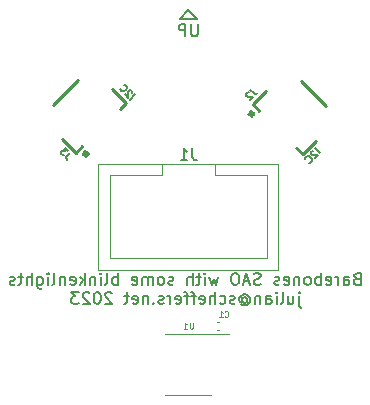
<source format=gbr>
%TF.GenerationSoftware,KiCad,Pcbnew,7.0.5-7.0.5~ubuntu20.04.1*%
%TF.CreationDate,2023-07-06T17:20:07+02:00*%
%TF.ProjectId,sao_barebones,73616f5f-6261-4726-9562-6f6e65732e6b,rev?*%
%TF.SameCoordinates,Original*%
%TF.FileFunction,Legend,Bot*%
%TF.FilePolarity,Positive*%
%FSLAX45Y45*%
G04 Gerber Fmt 4.5, Leading zero omitted, Abs format (unit mm)*
G04 Created by KiCad (PCBNEW 7.0.5-7.0.5~ubuntu20.04.1) date 2023-07-06 17:20:07*
%MOMM*%
%LPD*%
G01*
G04 APERTURE LIST*
%ADD10C,0.150000*%
%ADD11C,0.100000*%
%ADD12C,0.127000*%
%ADD13C,0.120000*%
%ADD14C,0.254000*%
%ADD15C,0.398780*%
G04 APERTURE END LIST*
D10*
X14925000Y-5825000D02*
X15000000Y-5750000D01*
X15075000Y-5825000D02*
X14925000Y-5825000D01*
X15000000Y-5750000D02*
X15075000Y-5825000D01*
X15078571Y-5870482D02*
X15078571Y-5951434D01*
X15078571Y-5951434D02*
X15073809Y-5960958D01*
X15073809Y-5960958D02*
X15069047Y-5965720D01*
X15069047Y-5965720D02*
X15059524Y-5970482D01*
X15059524Y-5970482D02*
X15040476Y-5970482D01*
X15040476Y-5970482D02*
X15030952Y-5965720D01*
X15030952Y-5965720D02*
X15026190Y-5960958D01*
X15026190Y-5960958D02*
X15021428Y-5951434D01*
X15021428Y-5951434D02*
X15021428Y-5870482D01*
X14973809Y-5970482D02*
X14973809Y-5870482D01*
X14973809Y-5870482D02*
X14935714Y-5870482D01*
X14935714Y-5870482D02*
X14926190Y-5875244D01*
X14926190Y-5875244D02*
X14921428Y-5880006D01*
X14921428Y-5880006D02*
X14916667Y-5889529D01*
X14916667Y-5889529D02*
X14916667Y-5903815D01*
X14916667Y-5903815D02*
X14921428Y-5913339D01*
X14921428Y-5913339D02*
X14926190Y-5918101D01*
X14926190Y-5918101D02*
X14935714Y-5922863D01*
X14935714Y-5922863D02*
X14973809Y-5922863D01*
X16425000Y-8023601D02*
X16410714Y-8028363D01*
X16410714Y-8028363D02*
X16405952Y-8033125D01*
X16405952Y-8033125D02*
X16401191Y-8042648D01*
X16401191Y-8042648D02*
X16401191Y-8056934D01*
X16401191Y-8056934D02*
X16405952Y-8066458D01*
X16405952Y-8066458D02*
X16410714Y-8071220D01*
X16410714Y-8071220D02*
X16420238Y-8075982D01*
X16420238Y-8075982D02*
X16458333Y-8075982D01*
X16458333Y-8075982D02*
X16458333Y-7975982D01*
X16458333Y-7975982D02*
X16425000Y-7975982D01*
X16425000Y-7975982D02*
X16415476Y-7980744D01*
X16415476Y-7980744D02*
X16410714Y-7985506D01*
X16410714Y-7985506D02*
X16405952Y-7995029D01*
X16405952Y-7995029D02*
X16405952Y-8004553D01*
X16405952Y-8004553D02*
X16410714Y-8014077D01*
X16410714Y-8014077D02*
X16415476Y-8018839D01*
X16415476Y-8018839D02*
X16425000Y-8023601D01*
X16425000Y-8023601D02*
X16458333Y-8023601D01*
X16315476Y-8075982D02*
X16315476Y-8023601D01*
X16315476Y-8023601D02*
X16320238Y-8014077D01*
X16320238Y-8014077D02*
X16329762Y-8009315D01*
X16329762Y-8009315D02*
X16348810Y-8009315D01*
X16348810Y-8009315D02*
X16358333Y-8014077D01*
X16315476Y-8071220D02*
X16325000Y-8075982D01*
X16325000Y-8075982D02*
X16348810Y-8075982D01*
X16348810Y-8075982D02*
X16358333Y-8071220D01*
X16358333Y-8071220D02*
X16363095Y-8061696D01*
X16363095Y-8061696D02*
X16363095Y-8052172D01*
X16363095Y-8052172D02*
X16358333Y-8042648D01*
X16358333Y-8042648D02*
X16348810Y-8037887D01*
X16348810Y-8037887D02*
X16325000Y-8037887D01*
X16325000Y-8037887D02*
X16315476Y-8033125D01*
X16267857Y-8075982D02*
X16267857Y-8009315D01*
X16267857Y-8028363D02*
X16263095Y-8018839D01*
X16263095Y-8018839D02*
X16258333Y-8014077D01*
X16258333Y-8014077D02*
X16248810Y-8009315D01*
X16248810Y-8009315D02*
X16239286Y-8009315D01*
X16167857Y-8071220D02*
X16177381Y-8075982D01*
X16177381Y-8075982D02*
X16196429Y-8075982D01*
X16196429Y-8075982D02*
X16205952Y-8071220D01*
X16205952Y-8071220D02*
X16210714Y-8061696D01*
X16210714Y-8061696D02*
X16210714Y-8023601D01*
X16210714Y-8023601D02*
X16205952Y-8014077D01*
X16205952Y-8014077D02*
X16196429Y-8009315D01*
X16196429Y-8009315D02*
X16177381Y-8009315D01*
X16177381Y-8009315D02*
X16167857Y-8014077D01*
X16167857Y-8014077D02*
X16163095Y-8023601D01*
X16163095Y-8023601D02*
X16163095Y-8033125D01*
X16163095Y-8033125D02*
X16210714Y-8042648D01*
X16120238Y-8075982D02*
X16120238Y-7975982D01*
X16120238Y-8014077D02*
X16110714Y-8009315D01*
X16110714Y-8009315D02*
X16091667Y-8009315D01*
X16091667Y-8009315D02*
X16082143Y-8014077D01*
X16082143Y-8014077D02*
X16077381Y-8018839D01*
X16077381Y-8018839D02*
X16072619Y-8028363D01*
X16072619Y-8028363D02*
X16072619Y-8056934D01*
X16072619Y-8056934D02*
X16077381Y-8066458D01*
X16077381Y-8066458D02*
X16082143Y-8071220D01*
X16082143Y-8071220D02*
X16091667Y-8075982D01*
X16091667Y-8075982D02*
X16110714Y-8075982D01*
X16110714Y-8075982D02*
X16120238Y-8071220D01*
X16015476Y-8075982D02*
X16025000Y-8071220D01*
X16025000Y-8071220D02*
X16029762Y-8066458D01*
X16029762Y-8066458D02*
X16034524Y-8056934D01*
X16034524Y-8056934D02*
X16034524Y-8028363D01*
X16034524Y-8028363D02*
X16029762Y-8018839D01*
X16029762Y-8018839D02*
X16025000Y-8014077D01*
X16025000Y-8014077D02*
X16015476Y-8009315D01*
X16015476Y-8009315D02*
X16001190Y-8009315D01*
X16001190Y-8009315D02*
X15991667Y-8014077D01*
X15991667Y-8014077D02*
X15986905Y-8018839D01*
X15986905Y-8018839D02*
X15982143Y-8028363D01*
X15982143Y-8028363D02*
X15982143Y-8056934D01*
X15982143Y-8056934D02*
X15986905Y-8066458D01*
X15986905Y-8066458D02*
X15991667Y-8071220D01*
X15991667Y-8071220D02*
X16001190Y-8075982D01*
X16001190Y-8075982D02*
X16015476Y-8075982D01*
X15939286Y-8009315D02*
X15939286Y-8075982D01*
X15939286Y-8018839D02*
X15934524Y-8014077D01*
X15934524Y-8014077D02*
X15925000Y-8009315D01*
X15925000Y-8009315D02*
X15910714Y-8009315D01*
X15910714Y-8009315D02*
X15901190Y-8014077D01*
X15901190Y-8014077D02*
X15896429Y-8023601D01*
X15896429Y-8023601D02*
X15896429Y-8075982D01*
X15810714Y-8071220D02*
X15820238Y-8075982D01*
X15820238Y-8075982D02*
X15839286Y-8075982D01*
X15839286Y-8075982D02*
X15848809Y-8071220D01*
X15848809Y-8071220D02*
X15853571Y-8061696D01*
X15853571Y-8061696D02*
X15853571Y-8023601D01*
X15853571Y-8023601D02*
X15848809Y-8014077D01*
X15848809Y-8014077D02*
X15839286Y-8009315D01*
X15839286Y-8009315D02*
X15820238Y-8009315D01*
X15820238Y-8009315D02*
X15810714Y-8014077D01*
X15810714Y-8014077D02*
X15805952Y-8023601D01*
X15805952Y-8023601D02*
X15805952Y-8033125D01*
X15805952Y-8033125D02*
X15853571Y-8042648D01*
X15767857Y-8071220D02*
X15758333Y-8075982D01*
X15758333Y-8075982D02*
X15739286Y-8075982D01*
X15739286Y-8075982D02*
X15729762Y-8071220D01*
X15729762Y-8071220D02*
X15725000Y-8061696D01*
X15725000Y-8061696D02*
X15725000Y-8056934D01*
X15725000Y-8056934D02*
X15729762Y-8047410D01*
X15729762Y-8047410D02*
X15739286Y-8042648D01*
X15739286Y-8042648D02*
X15753571Y-8042648D01*
X15753571Y-8042648D02*
X15763095Y-8037887D01*
X15763095Y-8037887D02*
X15767857Y-8028363D01*
X15767857Y-8028363D02*
X15767857Y-8023601D01*
X15767857Y-8023601D02*
X15763095Y-8014077D01*
X15763095Y-8014077D02*
X15753571Y-8009315D01*
X15753571Y-8009315D02*
X15739286Y-8009315D01*
X15739286Y-8009315D02*
X15729762Y-8014077D01*
X15610714Y-8071220D02*
X15596428Y-8075982D01*
X15596428Y-8075982D02*
X15572619Y-8075982D01*
X15572619Y-8075982D02*
X15563095Y-8071220D01*
X15563095Y-8071220D02*
X15558333Y-8066458D01*
X15558333Y-8066458D02*
X15553571Y-8056934D01*
X15553571Y-8056934D02*
X15553571Y-8047410D01*
X15553571Y-8047410D02*
X15558333Y-8037887D01*
X15558333Y-8037887D02*
X15563095Y-8033125D01*
X15563095Y-8033125D02*
X15572619Y-8028363D01*
X15572619Y-8028363D02*
X15591667Y-8023601D01*
X15591667Y-8023601D02*
X15601190Y-8018839D01*
X15601190Y-8018839D02*
X15605952Y-8014077D01*
X15605952Y-8014077D02*
X15610714Y-8004553D01*
X15610714Y-8004553D02*
X15610714Y-7995029D01*
X15610714Y-7995029D02*
X15605952Y-7985506D01*
X15605952Y-7985506D02*
X15601190Y-7980744D01*
X15601190Y-7980744D02*
X15591667Y-7975982D01*
X15591667Y-7975982D02*
X15567857Y-7975982D01*
X15567857Y-7975982D02*
X15553571Y-7980744D01*
X15515476Y-8047410D02*
X15467857Y-8047410D01*
X15525000Y-8075982D02*
X15491667Y-7975982D01*
X15491667Y-7975982D02*
X15458333Y-8075982D01*
X15405952Y-7975982D02*
X15386905Y-7975982D01*
X15386905Y-7975982D02*
X15377381Y-7980744D01*
X15377381Y-7980744D02*
X15367857Y-7990268D01*
X15367857Y-7990268D02*
X15363095Y-8009315D01*
X15363095Y-8009315D02*
X15363095Y-8042648D01*
X15363095Y-8042648D02*
X15367857Y-8061696D01*
X15367857Y-8061696D02*
X15377381Y-8071220D01*
X15377381Y-8071220D02*
X15386905Y-8075982D01*
X15386905Y-8075982D02*
X15405952Y-8075982D01*
X15405952Y-8075982D02*
X15415476Y-8071220D01*
X15415476Y-8071220D02*
X15425000Y-8061696D01*
X15425000Y-8061696D02*
X15429762Y-8042648D01*
X15429762Y-8042648D02*
X15429762Y-8009315D01*
X15429762Y-8009315D02*
X15425000Y-7990268D01*
X15425000Y-7990268D02*
X15415476Y-7980744D01*
X15415476Y-7980744D02*
X15405952Y-7975982D01*
X15253571Y-8009315D02*
X15234524Y-8075982D01*
X15234524Y-8075982D02*
X15215476Y-8028363D01*
X15215476Y-8028363D02*
X15196428Y-8075982D01*
X15196428Y-8075982D02*
X15177381Y-8009315D01*
X15139286Y-8075982D02*
X15139286Y-8009315D01*
X15139286Y-7975982D02*
X15144047Y-7980744D01*
X15144047Y-7980744D02*
X15139286Y-7985506D01*
X15139286Y-7985506D02*
X15134524Y-7980744D01*
X15134524Y-7980744D02*
X15139286Y-7975982D01*
X15139286Y-7975982D02*
X15139286Y-7985506D01*
X15105952Y-8009315D02*
X15067857Y-8009315D01*
X15091667Y-7975982D02*
X15091667Y-8061696D01*
X15091667Y-8061696D02*
X15086905Y-8071220D01*
X15086905Y-8071220D02*
X15077381Y-8075982D01*
X15077381Y-8075982D02*
X15067857Y-8075982D01*
X15034524Y-8075982D02*
X15034524Y-7975982D01*
X14991667Y-8075982D02*
X14991667Y-8023601D01*
X14991667Y-8023601D02*
X14996428Y-8014077D01*
X14996428Y-8014077D02*
X15005952Y-8009315D01*
X15005952Y-8009315D02*
X15020238Y-8009315D01*
X15020238Y-8009315D02*
X15029762Y-8014077D01*
X15029762Y-8014077D02*
X15034524Y-8018839D01*
X14872619Y-8071220D02*
X14863095Y-8075982D01*
X14863095Y-8075982D02*
X14844047Y-8075982D01*
X14844047Y-8075982D02*
X14834524Y-8071220D01*
X14834524Y-8071220D02*
X14829762Y-8061696D01*
X14829762Y-8061696D02*
X14829762Y-8056934D01*
X14829762Y-8056934D02*
X14834524Y-8047410D01*
X14834524Y-8047410D02*
X14844047Y-8042648D01*
X14844047Y-8042648D02*
X14858333Y-8042648D01*
X14858333Y-8042648D02*
X14867857Y-8037887D01*
X14867857Y-8037887D02*
X14872619Y-8028363D01*
X14872619Y-8028363D02*
X14872619Y-8023601D01*
X14872619Y-8023601D02*
X14867857Y-8014077D01*
X14867857Y-8014077D02*
X14858333Y-8009315D01*
X14858333Y-8009315D02*
X14844047Y-8009315D01*
X14844047Y-8009315D02*
X14834524Y-8014077D01*
X14772619Y-8075982D02*
X14782143Y-8071220D01*
X14782143Y-8071220D02*
X14786905Y-8066458D01*
X14786905Y-8066458D02*
X14791666Y-8056934D01*
X14791666Y-8056934D02*
X14791666Y-8028363D01*
X14791666Y-8028363D02*
X14786905Y-8018839D01*
X14786905Y-8018839D02*
X14782143Y-8014077D01*
X14782143Y-8014077D02*
X14772619Y-8009315D01*
X14772619Y-8009315D02*
X14758333Y-8009315D01*
X14758333Y-8009315D02*
X14748809Y-8014077D01*
X14748809Y-8014077D02*
X14744047Y-8018839D01*
X14744047Y-8018839D02*
X14739286Y-8028363D01*
X14739286Y-8028363D02*
X14739286Y-8056934D01*
X14739286Y-8056934D02*
X14744047Y-8066458D01*
X14744047Y-8066458D02*
X14748809Y-8071220D01*
X14748809Y-8071220D02*
X14758333Y-8075982D01*
X14758333Y-8075982D02*
X14772619Y-8075982D01*
X14696428Y-8075982D02*
X14696428Y-8009315D01*
X14696428Y-8018839D02*
X14691666Y-8014077D01*
X14691666Y-8014077D02*
X14682143Y-8009315D01*
X14682143Y-8009315D02*
X14667857Y-8009315D01*
X14667857Y-8009315D02*
X14658333Y-8014077D01*
X14658333Y-8014077D02*
X14653571Y-8023601D01*
X14653571Y-8023601D02*
X14653571Y-8075982D01*
X14653571Y-8023601D02*
X14648809Y-8014077D01*
X14648809Y-8014077D02*
X14639286Y-8009315D01*
X14639286Y-8009315D02*
X14625000Y-8009315D01*
X14625000Y-8009315D02*
X14615476Y-8014077D01*
X14615476Y-8014077D02*
X14610714Y-8023601D01*
X14610714Y-8023601D02*
X14610714Y-8075982D01*
X14525000Y-8071220D02*
X14534524Y-8075982D01*
X14534524Y-8075982D02*
X14553571Y-8075982D01*
X14553571Y-8075982D02*
X14563095Y-8071220D01*
X14563095Y-8071220D02*
X14567857Y-8061696D01*
X14567857Y-8061696D02*
X14567857Y-8023601D01*
X14567857Y-8023601D02*
X14563095Y-8014077D01*
X14563095Y-8014077D02*
X14553571Y-8009315D01*
X14553571Y-8009315D02*
X14534524Y-8009315D01*
X14534524Y-8009315D02*
X14525000Y-8014077D01*
X14525000Y-8014077D02*
X14520238Y-8023601D01*
X14520238Y-8023601D02*
X14520238Y-8033125D01*
X14520238Y-8033125D02*
X14567857Y-8042648D01*
X14401190Y-8075982D02*
X14401190Y-7975982D01*
X14401190Y-8014077D02*
X14391666Y-8009315D01*
X14391666Y-8009315D02*
X14372619Y-8009315D01*
X14372619Y-8009315D02*
X14363095Y-8014077D01*
X14363095Y-8014077D02*
X14358333Y-8018839D01*
X14358333Y-8018839D02*
X14353571Y-8028363D01*
X14353571Y-8028363D02*
X14353571Y-8056934D01*
X14353571Y-8056934D02*
X14358333Y-8066458D01*
X14358333Y-8066458D02*
X14363095Y-8071220D01*
X14363095Y-8071220D02*
X14372619Y-8075982D01*
X14372619Y-8075982D02*
X14391666Y-8075982D01*
X14391666Y-8075982D02*
X14401190Y-8071220D01*
X14296428Y-8075982D02*
X14305952Y-8071220D01*
X14305952Y-8071220D02*
X14310714Y-8061696D01*
X14310714Y-8061696D02*
X14310714Y-7975982D01*
X14258333Y-8075982D02*
X14258333Y-8009315D01*
X14258333Y-7975982D02*
X14263095Y-7980744D01*
X14263095Y-7980744D02*
X14258333Y-7985506D01*
X14258333Y-7985506D02*
X14253571Y-7980744D01*
X14253571Y-7980744D02*
X14258333Y-7975982D01*
X14258333Y-7975982D02*
X14258333Y-7985506D01*
X14210714Y-8009315D02*
X14210714Y-8075982D01*
X14210714Y-8018839D02*
X14205952Y-8014077D01*
X14205952Y-8014077D02*
X14196428Y-8009315D01*
X14196428Y-8009315D02*
X14182143Y-8009315D01*
X14182143Y-8009315D02*
X14172619Y-8014077D01*
X14172619Y-8014077D02*
X14167857Y-8023601D01*
X14167857Y-8023601D02*
X14167857Y-8075982D01*
X14120238Y-8075982D02*
X14120238Y-7975982D01*
X14110714Y-8037887D02*
X14082143Y-8075982D01*
X14082143Y-8009315D02*
X14120238Y-8047410D01*
X14001190Y-8071220D02*
X14010714Y-8075982D01*
X14010714Y-8075982D02*
X14029762Y-8075982D01*
X14029762Y-8075982D02*
X14039285Y-8071220D01*
X14039285Y-8071220D02*
X14044047Y-8061696D01*
X14044047Y-8061696D02*
X14044047Y-8023601D01*
X14044047Y-8023601D02*
X14039285Y-8014077D01*
X14039285Y-8014077D02*
X14029762Y-8009315D01*
X14029762Y-8009315D02*
X14010714Y-8009315D01*
X14010714Y-8009315D02*
X14001190Y-8014077D01*
X14001190Y-8014077D02*
X13996428Y-8023601D01*
X13996428Y-8023601D02*
X13996428Y-8033125D01*
X13996428Y-8033125D02*
X14044047Y-8042648D01*
X13953571Y-8009315D02*
X13953571Y-8075982D01*
X13953571Y-8018839D02*
X13948809Y-8014077D01*
X13948809Y-8014077D02*
X13939285Y-8009315D01*
X13939285Y-8009315D02*
X13925000Y-8009315D01*
X13925000Y-8009315D02*
X13915476Y-8014077D01*
X13915476Y-8014077D02*
X13910714Y-8023601D01*
X13910714Y-8023601D02*
X13910714Y-8075982D01*
X13848809Y-8075982D02*
X13858333Y-8071220D01*
X13858333Y-8071220D02*
X13863095Y-8061696D01*
X13863095Y-8061696D02*
X13863095Y-7975982D01*
X13810714Y-8075982D02*
X13810714Y-8009315D01*
X13810714Y-7975982D02*
X13815476Y-7980744D01*
X13815476Y-7980744D02*
X13810714Y-7985506D01*
X13810714Y-7985506D02*
X13805952Y-7980744D01*
X13805952Y-7980744D02*
X13810714Y-7975982D01*
X13810714Y-7975982D02*
X13810714Y-7985506D01*
X13720238Y-8009315D02*
X13720238Y-8090268D01*
X13720238Y-8090268D02*
X13725000Y-8099791D01*
X13725000Y-8099791D02*
X13729762Y-8104553D01*
X13729762Y-8104553D02*
X13739285Y-8109315D01*
X13739285Y-8109315D02*
X13753571Y-8109315D01*
X13753571Y-8109315D02*
X13763095Y-8104553D01*
X13720238Y-8071220D02*
X13729762Y-8075982D01*
X13729762Y-8075982D02*
X13748809Y-8075982D01*
X13748809Y-8075982D02*
X13758333Y-8071220D01*
X13758333Y-8071220D02*
X13763095Y-8066458D01*
X13763095Y-8066458D02*
X13767857Y-8056934D01*
X13767857Y-8056934D02*
X13767857Y-8028363D01*
X13767857Y-8028363D02*
X13763095Y-8018839D01*
X13763095Y-8018839D02*
X13758333Y-8014077D01*
X13758333Y-8014077D02*
X13748809Y-8009315D01*
X13748809Y-8009315D02*
X13729762Y-8009315D01*
X13729762Y-8009315D02*
X13720238Y-8014077D01*
X13672619Y-8075982D02*
X13672619Y-7975982D01*
X13629762Y-8075982D02*
X13629762Y-8023601D01*
X13629762Y-8023601D02*
X13634524Y-8014077D01*
X13634524Y-8014077D02*
X13644047Y-8009315D01*
X13644047Y-8009315D02*
X13658333Y-8009315D01*
X13658333Y-8009315D02*
X13667857Y-8014077D01*
X13667857Y-8014077D02*
X13672619Y-8018839D01*
X13596428Y-8009315D02*
X13558333Y-8009315D01*
X13582143Y-7975982D02*
X13582143Y-8061696D01*
X13582143Y-8061696D02*
X13577381Y-8071220D01*
X13577381Y-8071220D02*
X13567857Y-8075982D01*
X13567857Y-8075982D02*
X13558333Y-8075982D01*
X13529762Y-8071220D02*
X13520238Y-8075982D01*
X13520238Y-8075982D02*
X13501190Y-8075982D01*
X13501190Y-8075982D02*
X13491666Y-8071220D01*
X13491666Y-8071220D02*
X13486904Y-8061696D01*
X13486904Y-8061696D02*
X13486904Y-8056934D01*
X13486904Y-8056934D02*
X13491666Y-8047410D01*
X13491666Y-8047410D02*
X13501190Y-8042648D01*
X13501190Y-8042648D02*
X13515476Y-8042648D01*
X13515476Y-8042648D02*
X13525000Y-8037887D01*
X13525000Y-8037887D02*
X13529762Y-8028363D01*
X13529762Y-8028363D02*
X13529762Y-8023601D01*
X13529762Y-8023601D02*
X13525000Y-8014077D01*
X13525000Y-8014077D02*
X13515476Y-8009315D01*
X13515476Y-8009315D02*
X13501190Y-8009315D01*
X13501190Y-8009315D02*
X13491666Y-8014077D01*
X15936905Y-8170315D02*
X15936905Y-8256029D01*
X15936905Y-8256029D02*
X15941667Y-8265553D01*
X15941667Y-8265553D02*
X15951190Y-8270315D01*
X15951190Y-8270315D02*
X15955952Y-8270315D01*
X15936905Y-8136982D02*
X15941667Y-8141744D01*
X15941667Y-8141744D02*
X15936905Y-8146506D01*
X15936905Y-8146506D02*
X15932143Y-8141744D01*
X15932143Y-8141744D02*
X15936905Y-8136982D01*
X15936905Y-8136982D02*
X15936905Y-8146506D01*
X15846429Y-8170315D02*
X15846429Y-8236982D01*
X15889286Y-8170315D02*
X15889286Y-8222696D01*
X15889286Y-8222696D02*
X15884524Y-8232220D01*
X15884524Y-8232220D02*
X15875000Y-8236982D01*
X15875000Y-8236982D02*
X15860714Y-8236982D01*
X15860714Y-8236982D02*
X15851191Y-8232220D01*
X15851191Y-8232220D02*
X15846429Y-8227458D01*
X15784524Y-8236982D02*
X15794048Y-8232220D01*
X15794048Y-8232220D02*
X15798810Y-8222696D01*
X15798810Y-8222696D02*
X15798810Y-8136982D01*
X15746429Y-8236982D02*
X15746429Y-8170315D01*
X15746429Y-8136982D02*
X15751190Y-8141744D01*
X15751190Y-8141744D02*
X15746429Y-8146506D01*
X15746429Y-8146506D02*
X15741667Y-8141744D01*
X15741667Y-8141744D02*
X15746429Y-8136982D01*
X15746429Y-8136982D02*
X15746429Y-8146506D01*
X15655952Y-8236982D02*
X15655952Y-8184601D01*
X15655952Y-8184601D02*
X15660714Y-8175077D01*
X15660714Y-8175077D02*
X15670238Y-8170315D01*
X15670238Y-8170315D02*
X15689286Y-8170315D01*
X15689286Y-8170315D02*
X15698810Y-8175077D01*
X15655952Y-8232220D02*
X15665476Y-8236982D01*
X15665476Y-8236982D02*
X15689286Y-8236982D01*
X15689286Y-8236982D02*
X15698810Y-8232220D01*
X15698810Y-8232220D02*
X15703571Y-8222696D01*
X15703571Y-8222696D02*
X15703571Y-8213172D01*
X15703571Y-8213172D02*
X15698810Y-8203648D01*
X15698810Y-8203648D02*
X15689286Y-8198887D01*
X15689286Y-8198887D02*
X15665476Y-8198887D01*
X15665476Y-8198887D02*
X15655952Y-8194125D01*
X15608333Y-8170315D02*
X15608333Y-8236982D01*
X15608333Y-8179839D02*
X15603571Y-8175077D01*
X15603571Y-8175077D02*
X15594048Y-8170315D01*
X15594048Y-8170315D02*
X15579762Y-8170315D01*
X15579762Y-8170315D02*
X15570238Y-8175077D01*
X15570238Y-8175077D02*
X15565476Y-8184601D01*
X15565476Y-8184601D02*
X15565476Y-8236982D01*
X15455952Y-8189363D02*
X15460714Y-8184601D01*
X15460714Y-8184601D02*
X15470238Y-8179839D01*
X15470238Y-8179839D02*
X15479762Y-8179839D01*
X15479762Y-8179839D02*
X15489286Y-8184601D01*
X15489286Y-8184601D02*
X15494048Y-8189363D01*
X15494048Y-8189363D02*
X15498810Y-8198887D01*
X15498810Y-8198887D02*
X15498810Y-8208410D01*
X15498810Y-8208410D02*
X15494048Y-8217934D01*
X15494048Y-8217934D02*
X15489286Y-8222696D01*
X15489286Y-8222696D02*
X15479762Y-8227458D01*
X15479762Y-8227458D02*
X15470238Y-8227458D01*
X15470238Y-8227458D02*
X15460714Y-8222696D01*
X15460714Y-8222696D02*
X15455952Y-8217934D01*
X15455952Y-8179839D02*
X15455952Y-8217934D01*
X15455952Y-8217934D02*
X15451191Y-8222696D01*
X15451191Y-8222696D02*
X15446429Y-8222696D01*
X15446429Y-8222696D02*
X15436905Y-8217934D01*
X15436905Y-8217934D02*
X15432143Y-8208410D01*
X15432143Y-8208410D02*
X15432143Y-8184601D01*
X15432143Y-8184601D02*
X15441667Y-8170315D01*
X15441667Y-8170315D02*
X15455952Y-8160791D01*
X15455952Y-8160791D02*
X15475000Y-8156029D01*
X15475000Y-8156029D02*
X15494048Y-8160791D01*
X15494048Y-8160791D02*
X15508333Y-8170315D01*
X15508333Y-8170315D02*
X15517857Y-8184601D01*
X15517857Y-8184601D02*
X15522619Y-8203648D01*
X15522619Y-8203648D02*
X15517857Y-8222696D01*
X15517857Y-8222696D02*
X15508333Y-8236982D01*
X15508333Y-8236982D02*
X15494048Y-8246506D01*
X15494048Y-8246506D02*
X15475000Y-8251268D01*
X15475000Y-8251268D02*
X15455952Y-8246506D01*
X15455952Y-8246506D02*
X15441667Y-8236982D01*
X15394048Y-8232220D02*
X15384524Y-8236982D01*
X15384524Y-8236982D02*
X15365476Y-8236982D01*
X15365476Y-8236982D02*
X15355952Y-8232220D01*
X15355952Y-8232220D02*
X15351191Y-8222696D01*
X15351191Y-8222696D02*
X15351191Y-8217934D01*
X15351191Y-8217934D02*
X15355952Y-8208410D01*
X15355952Y-8208410D02*
X15365476Y-8203648D01*
X15365476Y-8203648D02*
X15379762Y-8203648D01*
X15379762Y-8203648D02*
X15389286Y-8198887D01*
X15389286Y-8198887D02*
X15394048Y-8189363D01*
X15394048Y-8189363D02*
X15394048Y-8184601D01*
X15394048Y-8184601D02*
X15389286Y-8175077D01*
X15389286Y-8175077D02*
X15379762Y-8170315D01*
X15379762Y-8170315D02*
X15365476Y-8170315D01*
X15365476Y-8170315D02*
X15355952Y-8175077D01*
X15265476Y-8232220D02*
X15275000Y-8236982D01*
X15275000Y-8236982D02*
X15294048Y-8236982D01*
X15294048Y-8236982D02*
X15303571Y-8232220D01*
X15303571Y-8232220D02*
X15308333Y-8227458D01*
X15308333Y-8227458D02*
X15313095Y-8217934D01*
X15313095Y-8217934D02*
X15313095Y-8189363D01*
X15313095Y-8189363D02*
X15308333Y-8179839D01*
X15308333Y-8179839D02*
X15303571Y-8175077D01*
X15303571Y-8175077D02*
X15294048Y-8170315D01*
X15294048Y-8170315D02*
X15275000Y-8170315D01*
X15275000Y-8170315D02*
X15265476Y-8175077D01*
X15222619Y-8236982D02*
X15222619Y-8136982D01*
X15179762Y-8236982D02*
X15179762Y-8184601D01*
X15179762Y-8184601D02*
X15184524Y-8175077D01*
X15184524Y-8175077D02*
X15194048Y-8170315D01*
X15194048Y-8170315D02*
X15208333Y-8170315D01*
X15208333Y-8170315D02*
X15217857Y-8175077D01*
X15217857Y-8175077D02*
X15222619Y-8179839D01*
X15094048Y-8232220D02*
X15103571Y-8236982D01*
X15103571Y-8236982D02*
X15122619Y-8236982D01*
X15122619Y-8236982D02*
X15132143Y-8232220D01*
X15132143Y-8232220D02*
X15136905Y-8222696D01*
X15136905Y-8222696D02*
X15136905Y-8184601D01*
X15136905Y-8184601D02*
X15132143Y-8175077D01*
X15132143Y-8175077D02*
X15122619Y-8170315D01*
X15122619Y-8170315D02*
X15103571Y-8170315D01*
X15103571Y-8170315D02*
X15094048Y-8175077D01*
X15094048Y-8175077D02*
X15089286Y-8184601D01*
X15089286Y-8184601D02*
X15089286Y-8194125D01*
X15089286Y-8194125D02*
X15136905Y-8203648D01*
X15060714Y-8170315D02*
X15022619Y-8170315D01*
X15046429Y-8236982D02*
X15046429Y-8151268D01*
X15046429Y-8151268D02*
X15041667Y-8141744D01*
X15041667Y-8141744D02*
X15032143Y-8136982D01*
X15032143Y-8136982D02*
X15022619Y-8136982D01*
X15003571Y-8170315D02*
X14965476Y-8170315D01*
X14989286Y-8236982D02*
X14989286Y-8151268D01*
X14989286Y-8151268D02*
X14984524Y-8141744D01*
X14984524Y-8141744D02*
X14975000Y-8136982D01*
X14975000Y-8136982D02*
X14965476Y-8136982D01*
X14894048Y-8232220D02*
X14903571Y-8236982D01*
X14903571Y-8236982D02*
X14922619Y-8236982D01*
X14922619Y-8236982D02*
X14932143Y-8232220D01*
X14932143Y-8232220D02*
X14936905Y-8222696D01*
X14936905Y-8222696D02*
X14936905Y-8184601D01*
X14936905Y-8184601D02*
X14932143Y-8175077D01*
X14932143Y-8175077D02*
X14922619Y-8170315D01*
X14922619Y-8170315D02*
X14903571Y-8170315D01*
X14903571Y-8170315D02*
X14894048Y-8175077D01*
X14894048Y-8175077D02*
X14889286Y-8184601D01*
X14889286Y-8184601D02*
X14889286Y-8194125D01*
X14889286Y-8194125D02*
X14936905Y-8203648D01*
X14846428Y-8236982D02*
X14846428Y-8170315D01*
X14846428Y-8189363D02*
X14841667Y-8179839D01*
X14841667Y-8179839D02*
X14836905Y-8175077D01*
X14836905Y-8175077D02*
X14827381Y-8170315D01*
X14827381Y-8170315D02*
X14817857Y-8170315D01*
X14789286Y-8232220D02*
X14779762Y-8236982D01*
X14779762Y-8236982D02*
X14760714Y-8236982D01*
X14760714Y-8236982D02*
X14751190Y-8232220D01*
X14751190Y-8232220D02*
X14746428Y-8222696D01*
X14746428Y-8222696D02*
X14746428Y-8217934D01*
X14746428Y-8217934D02*
X14751190Y-8208410D01*
X14751190Y-8208410D02*
X14760714Y-8203648D01*
X14760714Y-8203648D02*
X14775000Y-8203648D01*
X14775000Y-8203648D02*
X14784524Y-8198887D01*
X14784524Y-8198887D02*
X14789286Y-8189363D01*
X14789286Y-8189363D02*
X14789286Y-8184601D01*
X14789286Y-8184601D02*
X14784524Y-8175077D01*
X14784524Y-8175077D02*
X14775000Y-8170315D01*
X14775000Y-8170315D02*
X14760714Y-8170315D01*
X14760714Y-8170315D02*
X14751190Y-8175077D01*
X14703571Y-8227458D02*
X14698809Y-8232220D01*
X14698809Y-8232220D02*
X14703571Y-8236982D01*
X14703571Y-8236982D02*
X14708333Y-8232220D01*
X14708333Y-8232220D02*
X14703571Y-8227458D01*
X14703571Y-8227458D02*
X14703571Y-8236982D01*
X14655952Y-8170315D02*
X14655952Y-8236982D01*
X14655952Y-8179839D02*
X14651190Y-8175077D01*
X14651190Y-8175077D02*
X14641667Y-8170315D01*
X14641667Y-8170315D02*
X14627381Y-8170315D01*
X14627381Y-8170315D02*
X14617857Y-8175077D01*
X14617857Y-8175077D02*
X14613095Y-8184601D01*
X14613095Y-8184601D02*
X14613095Y-8236982D01*
X14527381Y-8232220D02*
X14536905Y-8236982D01*
X14536905Y-8236982D02*
X14555952Y-8236982D01*
X14555952Y-8236982D02*
X14565476Y-8232220D01*
X14565476Y-8232220D02*
X14570238Y-8222696D01*
X14570238Y-8222696D02*
X14570238Y-8184601D01*
X14570238Y-8184601D02*
X14565476Y-8175077D01*
X14565476Y-8175077D02*
X14555952Y-8170315D01*
X14555952Y-8170315D02*
X14536905Y-8170315D01*
X14536905Y-8170315D02*
X14527381Y-8175077D01*
X14527381Y-8175077D02*
X14522619Y-8184601D01*
X14522619Y-8184601D02*
X14522619Y-8194125D01*
X14522619Y-8194125D02*
X14570238Y-8203648D01*
X14494047Y-8170315D02*
X14455952Y-8170315D01*
X14479762Y-8136982D02*
X14479762Y-8222696D01*
X14479762Y-8222696D02*
X14475000Y-8232220D01*
X14475000Y-8232220D02*
X14465476Y-8236982D01*
X14465476Y-8236982D02*
X14455952Y-8236982D01*
X14351190Y-8146506D02*
X14346428Y-8141744D01*
X14346428Y-8141744D02*
X14336905Y-8136982D01*
X14336905Y-8136982D02*
X14313095Y-8136982D01*
X14313095Y-8136982D02*
X14303571Y-8141744D01*
X14303571Y-8141744D02*
X14298809Y-8146506D01*
X14298809Y-8146506D02*
X14294047Y-8156029D01*
X14294047Y-8156029D02*
X14294047Y-8165553D01*
X14294047Y-8165553D02*
X14298809Y-8179839D01*
X14298809Y-8179839D02*
X14355952Y-8236982D01*
X14355952Y-8236982D02*
X14294047Y-8236982D01*
X14232143Y-8136982D02*
X14222619Y-8136982D01*
X14222619Y-8136982D02*
X14213095Y-8141744D01*
X14213095Y-8141744D02*
X14208333Y-8146506D01*
X14208333Y-8146506D02*
X14203571Y-8156029D01*
X14203571Y-8156029D02*
X14198809Y-8175077D01*
X14198809Y-8175077D02*
X14198809Y-8198887D01*
X14198809Y-8198887D02*
X14203571Y-8217934D01*
X14203571Y-8217934D02*
X14208333Y-8227458D01*
X14208333Y-8227458D02*
X14213095Y-8232220D01*
X14213095Y-8232220D02*
X14222619Y-8236982D01*
X14222619Y-8236982D02*
X14232143Y-8236982D01*
X14232143Y-8236982D02*
X14241666Y-8232220D01*
X14241666Y-8232220D02*
X14246428Y-8227458D01*
X14246428Y-8227458D02*
X14251190Y-8217934D01*
X14251190Y-8217934D02*
X14255952Y-8198887D01*
X14255952Y-8198887D02*
X14255952Y-8175077D01*
X14255952Y-8175077D02*
X14251190Y-8156029D01*
X14251190Y-8156029D02*
X14246428Y-8146506D01*
X14246428Y-8146506D02*
X14241666Y-8141744D01*
X14241666Y-8141744D02*
X14232143Y-8136982D01*
X14160714Y-8146506D02*
X14155952Y-8141744D01*
X14155952Y-8141744D02*
X14146428Y-8136982D01*
X14146428Y-8136982D02*
X14122619Y-8136982D01*
X14122619Y-8136982D02*
X14113095Y-8141744D01*
X14113095Y-8141744D02*
X14108333Y-8146506D01*
X14108333Y-8146506D02*
X14103571Y-8156029D01*
X14103571Y-8156029D02*
X14103571Y-8165553D01*
X14103571Y-8165553D02*
X14108333Y-8179839D01*
X14108333Y-8179839D02*
X14165476Y-8236982D01*
X14165476Y-8236982D02*
X14103571Y-8236982D01*
X14070238Y-8136982D02*
X14008333Y-8136982D01*
X14008333Y-8136982D02*
X14041666Y-8175077D01*
X14041666Y-8175077D02*
X14027381Y-8175077D01*
X14027381Y-8175077D02*
X14017857Y-8179839D01*
X14017857Y-8179839D02*
X14013095Y-8184601D01*
X14013095Y-8184601D02*
X14008333Y-8194125D01*
X14008333Y-8194125D02*
X14008333Y-8217934D01*
X14008333Y-8217934D02*
X14013095Y-8227458D01*
X14013095Y-8227458D02*
X14017857Y-8232220D01*
X14017857Y-8232220D02*
X14027381Y-8236982D01*
X14027381Y-8236982D02*
X14055952Y-8236982D01*
X14055952Y-8236982D02*
X14065476Y-8232220D01*
X14065476Y-8232220D02*
X14070238Y-8227458D01*
%TO.C,J1*%
X15033333Y-6920482D02*
X15033333Y-6991910D01*
X15033333Y-6991910D02*
X15038095Y-7006196D01*
X15038095Y-7006196D02*
X15047619Y-7015720D01*
X15047619Y-7015720D02*
X15061905Y-7020482D01*
X15061905Y-7020482D02*
X15071428Y-7020482D01*
X14933333Y-7020482D02*
X14990476Y-7020482D01*
X14961905Y-7020482D02*
X14961905Y-6920482D01*
X14961905Y-6920482D02*
X14971428Y-6934768D01*
X14971428Y-6934768D02*
X14980952Y-6944291D01*
X14980952Y-6944291D02*
X14990476Y-6949053D01*
D11*
%TO.C,C1*%
X15308333Y-8342849D02*
X15310714Y-8345230D01*
X15310714Y-8345230D02*
X15317857Y-8347611D01*
X15317857Y-8347611D02*
X15322619Y-8347611D01*
X15322619Y-8347611D02*
X15329762Y-8345230D01*
X15329762Y-8345230D02*
X15334524Y-8340468D01*
X15334524Y-8340468D02*
X15336905Y-8335706D01*
X15336905Y-8335706D02*
X15339286Y-8326182D01*
X15339286Y-8326182D02*
X15339286Y-8319039D01*
X15339286Y-8319039D02*
X15336905Y-8309516D01*
X15336905Y-8309516D02*
X15334524Y-8304754D01*
X15334524Y-8304754D02*
X15329762Y-8299992D01*
X15329762Y-8299992D02*
X15322619Y-8297611D01*
X15322619Y-8297611D02*
X15317857Y-8297611D01*
X15317857Y-8297611D02*
X15310714Y-8299992D01*
X15310714Y-8299992D02*
X15308333Y-8302373D01*
X15260714Y-8347611D02*
X15289286Y-8347611D01*
X15275000Y-8347611D02*
X15275000Y-8297611D01*
X15275000Y-8297611D02*
X15279762Y-8304754D01*
X15279762Y-8304754D02*
X15284524Y-8309516D01*
X15284524Y-8309516D02*
X15289286Y-8311897D01*
D12*
%TO.C,J2*%
X15523741Y-6423955D02*
X15554530Y-6454745D01*
X15554530Y-6454745D02*
X15562741Y-6458850D01*
X15562741Y-6458850D02*
X15570951Y-6458850D01*
X15570951Y-6458850D02*
X15579162Y-6454745D01*
X15579162Y-6454745D02*
X15583267Y-6450639D01*
X15509373Y-6446534D02*
X15505267Y-6446534D01*
X15505267Y-6446534D02*
X15499109Y-6448587D01*
X15499109Y-6448587D02*
X15488846Y-6458850D01*
X15488846Y-6458850D02*
X15486794Y-6465008D01*
X15486794Y-6465008D02*
X15486794Y-6469113D01*
X15486794Y-6469113D02*
X15488846Y-6475271D01*
X15488846Y-6475271D02*
X15492952Y-6479376D01*
X15492952Y-6479376D02*
X15501162Y-6483481D01*
X15501162Y-6483481D02*
X15550425Y-6483481D01*
X15550425Y-6483481D02*
X15523741Y-6510166D01*
X16115412Y-6960205D02*
X16072306Y-6917100D01*
X16057938Y-6939678D02*
X16053833Y-6939678D01*
X16053833Y-6939678D02*
X16047675Y-6941731D01*
X16047675Y-6941731D02*
X16037412Y-6951994D01*
X16037412Y-6951994D02*
X16035359Y-6958152D01*
X16035359Y-6958152D02*
X16035359Y-6962257D01*
X16035359Y-6962257D02*
X16037412Y-6968415D01*
X16037412Y-6968415D02*
X16041517Y-6972521D01*
X16041517Y-6972521D02*
X16049727Y-6976626D01*
X16049727Y-6976626D02*
X16098990Y-6976626D01*
X16098990Y-6976626D02*
X16072306Y-7003310D01*
X16025096Y-7042310D02*
X16029201Y-7042310D01*
X16029201Y-7042310D02*
X16037412Y-7038205D01*
X16037412Y-7038205D02*
X16041517Y-7034099D01*
X16041517Y-7034099D02*
X16045622Y-7025889D01*
X16045622Y-7025889D02*
X16045622Y-7017678D01*
X16045622Y-7017678D02*
X16043569Y-7011520D01*
X16043569Y-7011520D02*
X16037412Y-7001257D01*
X16037412Y-7001257D02*
X16031254Y-6995099D01*
X16031254Y-6995099D02*
X16020991Y-6988942D01*
X16020991Y-6988942D02*
X16014833Y-6986889D01*
X16014833Y-6986889D02*
X16006622Y-6986889D01*
X16006622Y-6986889D02*
X15998412Y-6990994D01*
X15998412Y-6990994D02*
X15994306Y-6995099D01*
X15994306Y-6995099D02*
X15990201Y-7003310D01*
X15990201Y-7003310D02*
X15990201Y-7007415D01*
%TO.C,J3*%
X13999954Y-6957734D02*
X13969164Y-6988523D01*
X13969164Y-6988523D02*
X13965059Y-6996734D01*
X13965059Y-6996734D02*
X13965059Y-7004944D01*
X13965059Y-7004944D02*
X13969164Y-7013155D01*
X13969164Y-7013155D02*
X13973270Y-7017260D01*
X13983533Y-6941313D02*
X13956849Y-6914628D01*
X13956849Y-6914628D02*
X13954796Y-6945418D01*
X13954796Y-6945418D02*
X13948638Y-6939260D01*
X13948638Y-6939260D02*
X13942480Y-6937207D01*
X13942480Y-6937207D02*
X13938375Y-6937207D01*
X13938375Y-6937207D02*
X13932217Y-6939260D01*
X13932217Y-6939260D02*
X13921954Y-6949523D01*
X13921954Y-6949523D02*
X13919901Y-6955681D01*
X13919901Y-6955681D02*
X13919901Y-6959786D01*
X13919901Y-6959786D02*
X13921954Y-6965944D01*
X13921954Y-6965944D02*
X13934270Y-6978260D01*
X13934270Y-6978260D02*
X13940428Y-6980313D01*
X13940428Y-6980313D02*
X13944533Y-6980313D01*
X14505414Y-6507695D02*
X14548519Y-6464589D01*
X14525940Y-6450221D02*
X14525940Y-6446116D01*
X14525940Y-6446116D02*
X14523887Y-6439958D01*
X14523887Y-6439958D02*
X14513624Y-6429695D01*
X14513624Y-6429695D02*
X14507466Y-6427642D01*
X14507466Y-6427642D02*
X14503361Y-6427642D01*
X14503361Y-6427642D02*
X14497203Y-6429695D01*
X14497203Y-6429695D02*
X14493098Y-6433800D01*
X14493098Y-6433800D02*
X14488993Y-6442010D01*
X14488993Y-6442010D02*
X14488993Y-6491274D01*
X14488993Y-6491274D02*
X14462309Y-6464589D01*
X14423309Y-6417379D02*
X14423309Y-6421484D01*
X14423309Y-6421484D02*
X14427414Y-6429695D01*
X14427414Y-6429695D02*
X14431519Y-6433800D01*
X14431519Y-6433800D02*
X14439730Y-6437905D01*
X14439730Y-6437905D02*
X14447940Y-6437905D01*
X14447940Y-6437905D02*
X14454098Y-6435853D01*
X14454098Y-6435853D02*
X14464361Y-6429695D01*
X14464361Y-6429695D02*
X14470519Y-6423537D01*
X14470519Y-6423537D02*
X14476677Y-6413274D01*
X14476677Y-6413274D02*
X14478730Y-6407116D01*
X14478730Y-6407116D02*
X14478730Y-6398905D01*
X14478730Y-6398905D02*
X14474624Y-6390695D01*
X14474624Y-6390695D02*
X14470519Y-6386589D01*
X14470519Y-6386589D02*
X14462309Y-6382484D01*
X14462309Y-6382484D02*
X14458203Y-6382484D01*
D11*
%TO.C,U1*%
X15038095Y-8397611D02*
X15038095Y-8438087D01*
X15038095Y-8438087D02*
X15035714Y-8442849D01*
X15035714Y-8442849D02*
X15033333Y-8445230D01*
X15033333Y-8445230D02*
X15028571Y-8447611D01*
X15028571Y-8447611D02*
X15019048Y-8447611D01*
X15019048Y-8447611D02*
X15014286Y-8445230D01*
X15014286Y-8445230D02*
X15011905Y-8442849D01*
X15011905Y-8442849D02*
X15009524Y-8438087D01*
X15009524Y-8438087D02*
X15009524Y-8397611D01*
X14959524Y-8447611D02*
X14988095Y-8447611D01*
X14973809Y-8447611D02*
X14973809Y-8397611D01*
X14973809Y-8397611D02*
X14978571Y-8404754D01*
X14978571Y-8404754D02*
X14983333Y-8409516D01*
X14983333Y-8409516D02*
X14988095Y-8411897D01*
D13*
%TO.C,J1*%
X14237500Y-7050000D02*
X14775000Y-7050000D01*
X14237500Y-7950000D02*
X14237500Y-7050000D01*
X14337500Y-7150000D02*
X14775000Y-7150000D01*
X14337500Y-7850000D02*
X14337500Y-7150000D01*
X14337500Y-7850000D02*
X15662500Y-7850000D01*
X14775000Y-7050000D02*
X14775000Y-7150000D01*
X14775000Y-7050000D02*
X15225000Y-7050000D01*
X15225000Y-7050000D02*
X15225000Y-7150000D01*
X15225000Y-7050000D02*
X15762500Y-7050000D01*
X15225000Y-7150000D02*
X15662500Y-7150000D01*
X15662500Y-7850000D02*
X15662500Y-7150000D01*
X15762500Y-7050000D02*
X15762500Y-7950000D01*
X15762500Y-7950000D02*
X14237500Y-7950000D01*
%TO.C,C1*%
X15261583Y-8389000D02*
X15238416Y-8389000D01*
X15261583Y-8461000D02*
X15238416Y-8461000D01*
D14*
%TO.C,J2*%
X15543061Y-6548524D02*
X15659805Y-6431781D01*
X15596225Y-6601687D02*
X15543061Y-6548524D01*
X16161801Y-6565946D02*
X15949867Y-6354012D01*
X16084032Y-6856008D02*
X15967289Y-6972751D01*
X15967289Y-6972751D02*
X15914126Y-6919588D01*
D15*
X15546614Y-6629706D02*
G75*
G03*
X15546614Y-6629706I-13970J0D01*
G01*
D14*
%TO.C,J3*%
X14048524Y-6956938D02*
X13931781Y-6840195D01*
X14101687Y-6903775D02*
X14048524Y-6956938D01*
X14065946Y-6338199D02*
X13854012Y-6550133D01*
X14356008Y-6415968D02*
X14472751Y-6532711D01*
X14472751Y-6532711D02*
X14419588Y-6585874D01*
D15*
X14143676Y-6967355D02*
G75*
G03*
X14143676Y-6967355I-13970J0D01*
G01*
D13*
%TO.C,U1*%
X15345000Y-8494000D02*
X15000000Y-8494000D01*
X15195000Y-9006000D02*
X15000000Y-9006000D01*
X14805000Y-9006000D02*
X15000000Y-9006000D01*
X14805000Y-8494000D02*
X15000000Y-8494000D01*
%TD*%
M02*

</source>
